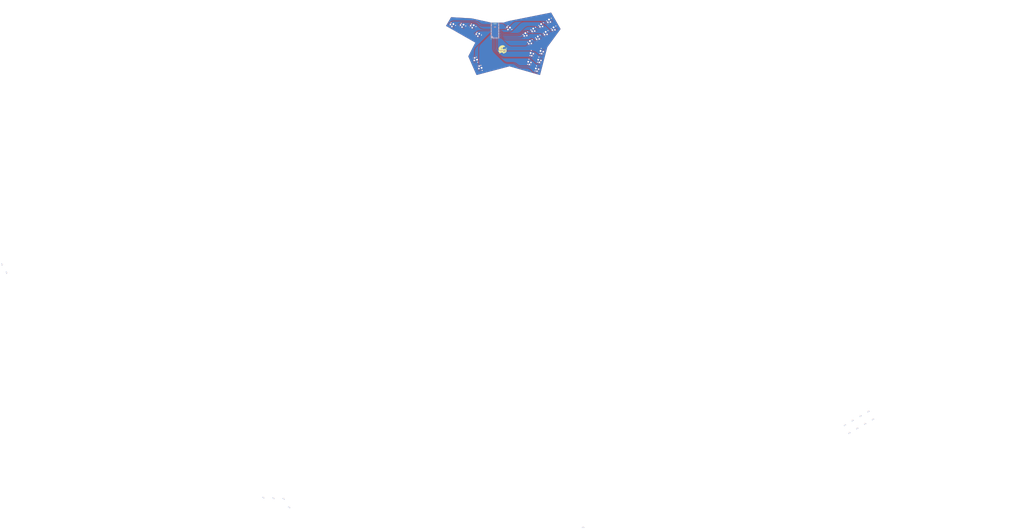
<source format=kicad_pcb>
(kicad_pcb (version 20221018) (generator pcbnew)
  (layers (0 "F.Cu" signal) (31 "B.Cu" signal) (34 "B.Paste" user) (35 "F.Paste" user) (36 "B.SilkS" user "B.Silkscreen") (37 "F.SilkS" user "F.Silkscreen") (38 "B.Mask" user) (39 "F.Mask" user) (44 "Edge.Cuts" user))
  (net 0 "")
  (net 1 "L key")
  (net 2 "GND")
  (net 3 "left")
  (net 4 "down")
  (net 5 "right")
  (net 6 "modx")
  (net 7 "mody")
  (net 8 "r_button")
  (net 9 "y_button")
  (net 10 "ls_button")
  (net 11 "ms_button")
  (net 12 "b_button")
  (net 13 "x_button")
  (net 14 "z_button")
  (net 15 "up")
  (net 16 "c-l")
  (net 17 "c-u")
  (net 18 "c-d")
  (net 19 "a_button")
  (net 20 "c-r")
  (net 21 "start")
  (footprint "AAA_Clacky:Clacktales_21mm_whiteSilk_withoutOutline" (layer "F.Cu") (at 144.78 104.648)
    (fp_text reference "REF**" hide)
    (fp_text value "Clacktales_21mm_blackSilk")
  )
  (footprint "PCM_marbastlib-xp-promicroish:Helios_AH_USBup" (layer "F.Cu") (at 128.143 65.659)
    (fp_text reference "U1")
    (fp_text value "Helios")
  )
  (footprint "Diode_SMD:D_SOD-123" (layer "B.Cu") (at -303.651121 1065.006242 150)
    (fp_text reference "D4")
    (fp_text value "1N4148W")
  )
  (footprint "Diode_SMD:D_SOD-123" (layer "B.Cu") (at -336.646689 1045.956242 150)
    (fp_text reference "D2")
    (fp_text value "1N4148W")
  )
  (footprint "PCM_marbastlib-choc:SW_choc_v1_HS_1u" (layer "B.Cu") (at 208.355076 60.027 -150)
    (fp_text reference "CH8")
    (fp_text value "choc_SW_HS")
  )
  (footprint "PCM_marbastlib-choc:SW_choc_v1_HS_1u" (layer "B.Cu") (at 197.823854 129.58342 -105)
    (fp_text reference "CH15")
    (fp_text value "choc_SW_HS")
  )
  (footprint "PCM_marbastlib-choc:SW_choc_v1_HS_1u" (layer "B.Cu") (at 202.754357 111.182533 -105)
    (fp_text reference "CH16")
    (fp_text value "choc_SW_HS")
  )
  (footprint "PCM_marbastlib-choc:SW_choc_v1_HS_1u" (layer "B.Cu") (at 218.689992 125.313479 -105)
    (fp_text reference "CH18")
    (fp_text value "choc_SW_HS")
  )
  (footprint "Diode_SMD:D_SOD-123" (layer "B.Cu") (at -315.386405 1047.23235 150)
    (fp_text reference "D3")
    (fp_text value "1N4148W")
  )
  (footprint "Diode_SMD:D_SOD-123" (layer "B.Cu") (at -357.906973 1044.680134 150)
    (fp_text reference "D1")
    (fp_text value "1N4148W")
  )
  (footprint "Diode_SMD:D_SOD-123" (layer "B.Cu") (at 1263.519038 208.862211 -105)
    (fp_text reference "D16")
    (fp_text value "1N4148W")
  )
  (footprint "PCM_marbastlib-choc:SW_choc_v1_HS_1u" (layer "B.Cu") (at 223.620495 106.912592 -105)
    (fp_text reference "CH19")
    (fp_text value "choc_SW_HS")
  )
  (footprint "PCM_marbastlib-choc:SW_choc_v1_HS_1u" (layer "B.Cu") (at 159.512 57.912 135)
    (fp_text reference "CH20")
    (fp_text value "choc_SW_HS")
  )
  (footprint "Diode_SMD:D_SOD-123" (layer "B.Cu") (at -906.183187 555.247505 105)
    (fp_text reference "D5")
    (fp_text value "1N4148W")
  )
  (footprint "Diode_SMD:D_SOD-123" (layer "B.Cu") (at 313.001502 1107.286973 180)
    (fp_text reference "D20")
    (fp_text value "1N4148W")
  )
  (footprint "Diode_SMD:D_SOD-123" (layer "B.Cu") (at 887.912568 899.699632 -150)
    (fp_text reference "D12")
    (fp_text value "1N4148W")
  )
  (footprint "Diode_SMD:D_SOD-123" (layer "B.Cu") (at 1258.588535 227.263098 -105)
    (fp_text reference "D15")
    (fp_text value "1N4148W")
  )
  (footprint "Diode_SMD:D_SOD-123" (layer "B.Cu") (at 894.885352 873.676848 -150)
    (fp_text reference "D9")
    (fp_text value "1N4148W")
  )
  (footprint "PCM_marbastlib-choc:SW_choc_v1_HS_1u" (layer "B.Cu") (at 217.880076 76.524784 -150)
    (fp_text reference "CH12")
    (fp_text value "choc_SW_HS")
  )
  (footprint "Diode_SMD:D_SOD-123" (layer "B.Cu") (at 1284.385177 204.59227 -105)
    (fp_text reference "D19")
    (fp_text value "1N4148W")
  )
  (footprint "Diode_SMD:D_SOD-123" (layer "B.Cu") (at 878.387568 883.201848 -150)
    (fp_text reference "D8")
    (fp_text value "1N4148W")
  )
  (footprint "PCM_marbastlib-choc:SW_choc_v1_HS_1u" (layer "B.Cu") (at 40.797608 50.502 150)
    (fp_text reference "CH1")
    (fp_text value "choc_SW_HS")
  )
  (footprint "PCM_marbastlib-choc:SW_choc_v1_HS_1u" (layer "B.Cu") (at 213.759489 143.714366 -105)
    (fp_text reference "CH17")
    (fp_text value "choc_SW_HS")
  )
  (footprint "Diode_SMD:D_SOD-123" (layer "B.Cu") (at 1274.524171 241.394044 -105)
    (fp_text reference "D17")
    (fp_text value "1N4148W")
  )
  (footprint "PCM_marbastlib-choc:SW_choc_v1_HS_1u" (layer "B.Cu") (at 201.382292 86.049784 -150)
    (fp_text reference "CH11")
    (fp_text value "choc_SW_HS")
  )
  (footprint "Diode_SMD:D_SOD-123" (layer "B.Cu") (at 1279.454674 222.993157 -105)
    (fp_text reference "D18")
    (fp_text value "1N4148W")
  )
  (footprint "PCM_marbastlib-choc:SW_choc_v1_HS_1u" (layer "B.Cu") (at 224.85286 50.502 -150)
    (fp_text reference "CH9")
    (fp_text value "choc_SW_HS")
  )
  (footprint "Diode_SMD:D_SOD-123" (layer "B.Cu") (at -896.652463 572.415766 105)
    (fp_text reference "D6")
    (fp_text value "1N4148W")
  )
  (footprint "Diode_SMD:D_SOD-123" (layer "B.Cu") (at 911.383136 864.151848 -150)
    (fp_text reference "D10")
    (fp_text value "1N4148W")
  )
  (footprint "PCM_marbastlib-choc:SW_choc_v1_HS_1u" (layer "B.Cu") (at 99.965316 142.458964 105)
    (fp_text reference "CH6")
    (fp_text value "choc_SW_HS")
  )
  (footprint "PCM_marbastlib-choc:SW_choc_v1_HS_1u" (layer "B.Cu") (at 250.875644 57.474784 -150)
    (fp_text reference "CH14")
    (fp_text value "choc_SW_HS")
  )
  (footprint "Diode_SMD:D_SOD-123" (layer "B.Cu") (at 904.410352 890.174632 -150)
    (fp_text reference "D13")
    (fp_text value "1N4148W")
  )
  (footprint "PCM_marbastlib-choc:SW_choc_v1_HS_1u" (layer "B.Cu") (at 95.05346 70.828108 150)
    (fp_text reference "CH4")
    (fp_text value "choc_SW_HS")
  )
  (footprint "PCM_marbastlib-choc:SW_choc_v1_HS_1u" (layer "B.Cu") (at 62.057892 51.778108 150)
    (fp_text reference "CH2")
    (fp_text value "choc_SW_HS")
  )
  (footprint "Diode_SMD:D_SOD-123" (layer "B.Cu") (at 871.414784 909.224632 -150)
    (fp_text reference "D11")
    (fp_text value "1N4148W")
  )
  (footprint "PCM_marbastlib-choc:SW_choc_v1_HS_1u" (layer "B.Cu") (at 191.857292 69.552 -150)
    (fp_text reference "CH7")
    (fp_text value "choc_SW_HS")
  )
  (footprint "Diode_SMD:D_SOD-123" (layer "B.Cu") (at 920.908136 880.649632 -150)
    (fp_text reference "D14")
    (fp_text value "1N4148W")
  )
  (footprint "PCM_marbastlib-choc:SW_choc_v1_HS_1u" (layer "B.Cu") (at 83.318176 53.054216 150)
    (fp_text reference "CH3")
    (fp_text value "choc_SW_HS")
  )
  (footprint "PCM_marbastlib-choc:SW_choc_v1_HS_1u" (layer "B.Cu") (at 241.350644 40.977 -150)
    (fp_text reference "CH10")
    (fp_text value "choc_SW_HS")
  )
  (footprint "Diode_SMD:D_SOD-123" (layer "B.Cu") (at 861.889784 892.726848 -150)
    (fp_text reference "D7")
    (fp_text value "1N4148W")
  )
  (footprint "PCM_marbastlib-choc:SW_choc_v1_HS_1u" (layer "B.Cu") (at 234.37786 66.999784 -150)
    (fp_text reference "CH13")
    (fp_text value "choc_SW_HS")
  )
  (footprint "PCM_marbastlib-choc:SW_choc_v1_HS_1u" (layer "B.Cu") (at 90.434592 125.290703 105)
    (fp_text reference "CH5")
    (fp_text value "choc_SW_HS")
  )
  (gr_line (start 86.868 89.408) (end 72.136 118.364) (stroke (width 0.1)) (layer "Edge.Cuts"))
  (gr_line (start 118.872 47.244) (end 146.812 47.244) (stroke (width 0.1)) (layer "Edge.Cuts"))
  (gr_line (start 222.504 157.48) (end 158.496 139.192) (stroke (width 0.1)) (layer "Edge.Cuts"))
  (gr_line (start 25.4 54.356) (end 86.868 89.408) (stroke (width 0.1)) (layer "Edge.Cuts"))
  (gr_line (start 237.744 99.06) (end 222.504 157.48) (stroke (width 0.1)) (layer "Edge.Cuts"))
  (gr_line (start 156.972 44.196) (end 245.872 26.416) (stroke (width 0.1)) (layer "Edge.Cuts"))
  (gr_line (start 79.248 38.608) (end 118.872 47.244) (stroke (width 0.1)) (layer "Edge.Cuts"))
  (gr_line (start 25.4 54.356) (end 36.068 36.068) (stroke (width 0.1)) (layer "Edge.Cuts"))
  (gr_line (start 89.408 157.48) (end 72.136 118.364) (stroke (width 0.1)) (layer "Edge.Cuts"))
  (gr_line (start 265.684 60.96) (end 237.744 99.06) (stroke (width 0.1)) (layer "Edge.Cuts"))
  (gr_line (start 245.872 26.416) (end 265.684 60.96) (stroke (width 0.1)) (layer "Edge.Cuts"))
  (gr_line (start 158.496 139.192) (end 89.408 157.48) (stroke (width 0.1)) (layer "Edge.Cuts"))
  (gr_line (start 146.812 47.244) (end 156.972 44.196) (stroke (width 0.1)) (layer "Edge.Cuts"))
  (gr_line (start 36.068 36.068) (end 79.248 38.608) (stroke (width 0.1)) (layer "Edge.Cuts"))
  (segment (start 34.497776 46.911547) (end 31.782229 49.627095) (width 0.4) (layer "B.Cu") (net 1))
  (segment (start 120.4595 51.7525) (end 120.523 51.689) (width 0.4) (layer "B.Cu") (net 1))
  (segment (start 104.448153 51.816) (end 120.306197 51.816) (width 0.4) (layer "B.Cu") (net 1))
  (segment (start 41.053688 44.196) (end 86.051846 44.196) (width 0.4) (layer "B.Cu") (net 1))
  (arc (start 95.25 48.006) (mid 99.470148 50.825813) (end 104.448153 51.816) (width 0.4) (layer "B.Cu") (net 1))
  (arc (start 120.4595 51.7525) (mid 120.389164 51.799496) (end 120.306197 51.816) (width 0.4) (layer "B.Cu") (net 1))
  (arc (start 41.053688 44.196) (mid 37.505654 44.901747) (end 34.497776 46.911547) (width 0.4) (layer "B.Cu") (net 1))
  (arc (start 95.25 48.006) (mid 91.029851 45.186186) (end 86.051846 44.196) (width 0.4) (layer "B.Cu") (net 1))
  (segment (start 101.400153 54.356) (end 120.306197 54.356) (width 0.4) (layer "B.Cu") (net 3))
  (segment (start 54.969256 48.662743) (end 53.153428 50.478571) (width 0.4) (layer "B.Cu") (net 3))
  (segment (start 53.042513 50.746345) (end 53.042513 50.903203) (width 0.4) (layer "B.Cu") (net 3))
  (segment (start 59.620826 46.736) (end 83.003846 46.736) (width 0.4) (layer "B.Cu") (net 3))
  (segment (start 120.4595 54.2925) (end 120.523 54.229) (width 0.4) (layer "B.Cu") (net 3))
  (arc (start 92.202 50.546) (mid 96.422148 53.365813) (end 101.400153 54.356) (width 0.4) (layer "B.Cu") (net 3))
  (arc (start 53.153428 50.478571) (mid 53.071338 50.601426) (end 53.042513 50.746345) (width 0.4) (layer "B.Cu") (net 3))
  (arc (start 92.202 50.546) (mid 87.981851 47.726186) (end 83.003846 46.736) (width 0.4) (layer "B.Cu") (net 3))
  (arc (start 59.620826 46.736) (mid 57.103414 47.236744) (end 54.969256 48.662743) (width 0.4) (layer "B.Cu") (net 3))
  (arc (start 120.4595 54.2925) (mid 120.389164 54.339496) (end 120.306197 54.356) (width 0.4) (layer "B.Cu") (net 3))
  (segment (start 74.478904 51.505095) (end 75.759398 50.224601) (width 0.4) (layer "B.Cu") (net 4))
  (segment (start 119.872592 61.468) (end 105.202912 61.468) (width 0.4) (layer "B.Cu") (net 4))
  (segment (start 82.042 48.768) (end 79.275945 48.768) (width 0.4) (layer "B.Cu") (net 4))
  (segment (start 90.280497 52.180497) (end 95.583515 57.483515) (width 0.4) (layer "B.Cu") (net 4))
  (segment (start 120.3325 61.6585) (end 120.523 61.849) (width 0.4) (layer "B.Cu") (net 4))
  (segment (start 74.302797 51.930257) (end 74.302797 52.179311) (width 0.4) (layer "B.Cu") (net 4))
  (arc (start 95.583515 57.483515) (mid 99.996932 60.432466) (end 105.202912 61.468) (width 0.4) (layer "B.Cu") (net 4))
  (arc (start 79.275945 48.768) (mid 77.372803 49.146558) (end 75.759398 50.224601) (width 0.4) (layer "B.Cu") (net 4))
  (arc (start 120.3325 61.6585) (mid 120.121492 61.517509) (end 119.872592 61.468) (width 0.4) (layer "B.Cu") (net 4))
  (arc (start 90.280497 52.180497) (mid 86.500642 49.654879) (end 82.042 48.768) (width 0.4) (layer "B.Cu") (net 4))
  (arc (start 74.478904 51.505095) (mid 74.348565 51.700161) (end 74.302797 51.930257) (width 0.4) (layer "B.Cu") (net 4))
  (segment (start 86.038081 69.935561) (end 86.038081 69.953203) (width 0.4) (layer "B.Cu") (net 5))
  (segment (start 120.4595 64.4525) (end 120.523 64.389) (width 0.4) (layer "B.Cu") (net 5))
  (segment (start 120.306197 64.516) (end 95.259733 64.516) (width 0.4) (layer "B.Cu") (net 5))
  (segment (start 86.050555 69.905444) (end 88.73904 67.216959) (width 0.4) (layer "B.Cu") (net 5))
  (arc (start 120.4595 64.4525) (mid 120.389164 64.499496) (end 120.306197 64.516) (width 0.4) (layer "B.Cu") (net 5))
  (arc (start 86.050555 69.905444) (mid 86.041322 69.919261) (end 86.038081 69.935561) (width 0.4) (layer "B.Cu") (net 5))
  (arc (start 95.259733 64.516) (mid 91.730759 65.217956) (end 88.73904 67.216959) (width 0.4) (layer "B.Cu") (net 5))
  (segment (start 84.757203 118.218419) (end 84.678407 118.297216) (width 0.4) (layer "B.Cu") (net 6))
  (segment (start 84.836 108.250912) (end 84.836 118.028187) (width 0.4) (layer "B.Cu") (net 6))
  (segment (start 88.820484 98.631515) (end 120.523 66.929) (width 0.4) (layer "B.Cu") (net 6))
  (arc (start 84.836 118.028187) (mid 84.815521 118.13114) (end 84.757203 118.218419) (width 0.4) (layer "B.Cu") (net 6))
  (arc (start 88.820484 98.631515) (mid 85.871533 103.044932) (end 84.836 108.250912) (width 0.4) (layer "B.Cu") (net 6))
  (segment (start 93.98 135.074325) (end 93.98 101.646912) (width 0.4) (layer "B.Cu") (net 7))
  (segment (start 94.094565 135.350911) (end 94.209131 135.465477) (width 0.4) (layer "B.Cu") (net 7))
  (segment (start 97.964484 92.027515) (end 120.523 69.469) (width 0.4) (layer "B.Cu") (net 7))
  (arc (start 93.98 135.074325) (mid 94.009774 135.224012) (end 94.094565 135.350911) (width 0.4) (layer "B.Cu") (net 7))
  (arc (start 97.964484 92.027515) (mid 95.015533 96.440932) (end 93.98 101.646912) (width 0.4) (layer "B.Cu") (net 7))
  (segment (start 185.067913 78.446095) (end 186.591913 76.922095) (width 0.4) (layer "B.Cu") (net 8))
  (segment (start 135.8265 74.6125) (end 135.763 74.549) (width 0.4) (layer "B.Cu") (net 8))
  (segment (start 144.379047 77.323047) (end 143.797458 76.741458) (width 0.4) (layer "B.Cu") (net 8))
  (segment (start 138.811 74.676) (end 135.979802 74.676) (width 0.4) (layer "B.Cu") (net 8))
  (segment (start 150.769585 79.970095) (end 181.388651 79.970095) (width 0.4) (layer "B.Cu") (net 8))
  (arc (start 185.067913 78.446095) (mid 183.379853 79.57402) (end 181.388651 79.970095) (width 0.4) (layer "B.Cu") (net 8))
  (arc (start 143.797458 76.741458) (mid 141.509651 75.212795) (end 138.811 74.676) (width 0.4) (layer "B.Cu") (net 8))
  (arc (start 144.379047 77.323047) (mid 147.31105 79.282149) (end 150.769585 79.970095) (width 0.4) (layer "B.Cu") (net 8))
  (arc (start 135.8265 74.6125) (mid 135.896835 74.659496) (end 135.979802 74.676) (width 0.4) (layer "B.Cu") (net 8))
  (segment (start 174.197087 72.644) (end 147.025064 72.644) (width 0.4) (layer "B.Cu") (net 9))
  (segment (start 139.359935 69.469) (end 135.763 69.469) (width 0.4) (layer "B.Cu") (net 9))
  (segment (start 203.061396 67.397095) (end 203.089697 67.397095) (width 0.4) (layer "B.Cu") (net 9))
  (segment (start 201.338547 65.702547) (end 203.013083 67.377083) (width 0.4) (layer "B.Cu") (net 9))
  (segment (start 183.816484 68.659514) (end 184.516687 67.959312) (width 0.4) (layer "B.Cu") (net 9))
  (segment (start 197.247547 64.008) (end 194.056 64.008) (width 0.4) (layer "B.Cu") (net 9))
  (arc (start 143.1925 71.0565) (mid 144.950895 72.231422) (end 147.025064 72.644) (width 0.4) (layer "B.Cu") (net 9))
  (arc (start 194.056 64.008) (mid 188.893361 65.034912) (end 184.516687 67.959312) (width 0.4) (layer "B.Cu") (net 9))
  (arc (start 143.1925 71.0565) (mid 141.434104 69.881577) (end 139.359935 69.469) (width 0.4) (layer "B.Cu") (net 9))
  (arc (start 201.338547 65.702547) (mid 199.46158 64.448398) (end 197.247547 64.008) (width 0.4) (layer "B.Cu") (net 9))
  (arc (start 183.816484 68.659514) (mid 179.403067 71.608465) (end 174.197087 72.644) (width 0.4) (layer "B.Cu") (net 9))
  (arc (start 203.013083 67.377083) (mid 203.035249 67.391894) (end 203.061396 67.397095) (width 0.4) (layer "B.Cu") (net 9))
  (segment (start 183.308484 66.119515) (end 190.071515 59.356484) (width 0.4) (layer "B.Cu") (net 10))
  (segment (start 215.118047 56.622047) (end 215.22987 56.73387) (width 0.4) (layer "B.Cu") (net 10))
  (segment (start 146.935261 70.104) (end 173.689087 70.104) (width 0.4) (layer "B.Cu") (net 10))
  (segment (start 135.8265 66.9925) (end 135.763 66.929) (width 0.4) (layer "B.Cu") (net 10))
  (segment (start 217.977788 57.872095) (end 219.587481 57.872095) (width 0.4) (layer "B.Cu") (net 10))
  (segment (start 212.100165 55.372) (end 199.690912 55.372) (width 0.4) (layer "B.Cu") (net 10))
  (segment (start 139.576738 67.056) (end 135.979802 67.056) (width 0.4) (layer "B.Cu") (net 10))
  (arc (start 215.118047 56.622047) (mid 213.733431 55.696876) (end 212.100165 55.372) (width 0.4) (layer "B.Cu") (net 10))
  (arc (start 199.690912 55.372) (mid 194.484932 56.407533) (end 190.071515 59.356484) (width 0.4) (layer "B.Cu") (net 10))
  (arc (start 143.256 68.58) (mid 144.944059 69.707925) (end 146.935261 70.104) (width 0.4) (layer "B.Cu") (net 10))
  (arc (start 135.8265 66.9925) (mid 135.896835 67.039496) (end 135.979802 67.056) (width 0.4) (layer "B.Cu") (net 10))
  (arc (start 143.256 68.58) (mid 141.56794 67.452074) (end 139.576738 67.056) (width 0.4) (layer "B.Cu") (net 10))
  (arc (start 215.22987 56.73387) (mid 216.490625 57.576279) (end 217.977788 57.872095) (width 0.4) (layer "B.Cu") (net 10))
  (arc (start 183.308484 66.119515) (mid 178.895067 69.068466) (end 173.689087 70.104) (width 0.4) (layer "B.Cu") (net 10))
  (segment (start 165.179515 48.688484) (end 155.876484 57.991515) (width 0.4) (layer "B.Cu") (net 11))
  (segment (start 135.979802 61.976) (end 146.257087 61.976) (width 0.4) (layer "B.Cu") (net 11))
  (segment (start 236.085265 48.23618) (end 236.085265 48.347095) (width 0.4) (layer "B.Cu") (net 11))
  (segment (start 135.8265 61.9125) (end 135.763 61.849) (width 0.4) (layer "B.Cu") (net 11))
  (segment (start 174.798912 44.704) (end 230.2448 44.704) (width 0.4) (layer "B.Cu") (net 11))
  (segment (start 234.374632 46.414632) (end 236.006836 48.046836) (width 0.4) (layer "B.Cu") (net 11))
  (arc (start 174.798912 44.704) (mid 169.592932 45.739533) (end 165.179515 48.688484) (width 0.4) (layer "B.Cu") (net 11))
  (arc (start 236.006836 48.046836) (mid 236.064881 48.133707) (end 236.085265 48.23618) (width 0.4) (layer "B.Cu") (net 11))
  (arc (start 234.374632 46.414632) (mid 232.479849 45.148578) (end 230.2448 44.704) (width 0.4) (layer "B.Cu") (net 11))
  (arc (start 155.876484 57.991515) (mid 151.463067 60.940466) (end 146.257087 61.976) (width 0.4) (layer "B.Cu") (net 11))
  (arc (start 135.8265 61.9125) (mid 135.896835 61.959496) (end 135.979802 61.976) (width 0.4) (layer "B.Cu") (net 11))
  (segment (start 164.078791 96.467879) (end 190.913651 96.467879) (width 0.4) (layer "B.Cu") (net 12))
  (segment (start 143.797458 81.821458) (end 154.459394 92.483394) (width 0.4) (layer "B.Cu") (net 12))
  (segment (start 135.8265 79.6925) (end 135.763 79.629) (width 0.4) (layer "B.Cu") (net 12))
  (segment (start 138.811 79.756) (end 135.979802 79.756) (width 0.4) (layer "B.Cu") (net 12))
  (segment (start 194.592913 94.943879) (end 196.116913 93.419879) (width 0.4) (layer "B.Cu") (net 12))
  (arc (start 194.592913 94.943879) (mid 192.904853 96.071804) (end 190.913651 96.467879) (width 0.4) (layer "B.Cu") (net 12))
  (arc (start 135.8265 79.6925) (mid 135.896835 79.739496) (end 135.979802 79.756) (width 0.4) (layer "B.Cu") (net 12))
  (arc (start 154.459394 92.483394) (mid 158.872811 95.432345) (end 164.078791 96.467879) (width 0.4) (layer "B.Cu") (net 12))
  (arc (start 143.797458 81.821458) (mid 141.509651 80.292795) (end 138.811 79.756) (width 0.4) (layer "B.Cu") (net 12))
  (segment (start 201.255159 82.20884) (end 201.168 82.296) (width 0.4) (layer "B.Cu") (net 13))
  (segment (start 153.005733 83.82) (end 197.488738 83.82) (width 0.4) (layer "B.Cu") (net 13))
  (segment (start 138.811 77.216) (end 135.979802 77.216) (width 0.4) (layer "B.Cu") (net 13))
  (segment (start 145.034 80.518) (end 143.797458 79.281458) (width 0.4) (layer "B.Cu") (net 13))
  (segment (start 208.19284 82.20884) (end 208.911621 82.927621) (width 0.4) (layer "B.Cu") (net 13))
  (segment (start 135.8265 77.1525) (end 135.763 77.089) (width 0.4) (layer "B.Cu") (net 13))
  (segment (start 211.246788 83.894879) (end 212.614697 83.894879) (width 0.4) (layer "B.Cu") (net 13))
  (arc (start 208.911621 82.927621) (mid 209.983004 83.643496) (end 211.246788 83.894879) (width 0.4) (layer "B.Cu") (net 13))
  (arc (start 143.797458 79.281458) (mid 141.509651 77.752795) (end 138.811 77.216) (width 0.4) (layer "B.Cu") (net 13))
  (arc (start 204.724 80.772) (mid 202.846676 81.145422) (end 201.255159 82.20884) (width 0.4) (layer "B.Cu") (net 13))
  (arc (start 135.8265 77.1525) (mid 135.896835 77.199496) (end 135.979802 77.216) (width 0.4) (layer "B.Cu") (net 13))
  (arc (start 201.168 82.296) (mid 199.47994 83.423925) (end 197.488738 83.82) (width 0.4) (layer "B.Cu") (net 13))
  (arc (start 208.19284 82.20884) (mid 206.601322 81.145422) (end 204.724 80.772) (width 0.4) (layer "B.Cu") (net 13))
  (arc (start 145.034 80.518) (mid 148.691462 82.961838) (end 153.005733 83.82) (width 0.4) (layer "B.Cu") (net 13))
  (segment (start 187.000343 69.031656) (end 184.832484 71.199515) (width 0.4) (layer "B.Cu") (net 14))
  (segment (start 191.77 67.056) (end 192.049528 67.056) (width 0.4) (layer "B.Cu") (net 14))
  (segment (start 200.634471 70.612) (end 222.69738 70.612) (width 0.4) (layer "B.Cu") (net 14))
  (segment (start 135.979802 72.136) (end 139.576738 72.136) (width 0.4) (layer "B.Cu") (net 14))
  (segment (start 175.213087 75.184) (end 146.935261 75.184) (width 0.4) (layer "B.Cu") (net 14))
  (segment (start 135.8265 72.0725) (end 135.763 72.009) (width 0.4) (layer "B.Cu") (net 14))
  (segment (start 227.233541 72.490939) (end 229.112481 74.369879) (width 0.4) (layer "B.Cu") (net 14))
  (arc (start 143.256 73.66) (mid 144.944059 74.787925) (end 146.935261 75.184) (width 0.4) (layer "B.Cu") (net 14))
  (arc (start 143.256 73.66) (mid 141.56794 72.532074) (end 139.576738 72.136) (width 0.4) (layer "B.Cu") (net 14))
  (arc (start 227.233541 72.490939) (mid 225.152332 71.10032) (end 222.69738 70.612) (width 0.4) (layer "B.Cu") (net 14))
  (arc (start 191.77 67.056) (mid 189.18868 67.569456) (end 187.000343 69.031656) (width 0.4) (layer "B.Cu") (net 14))
  (arc (start 135.8265 72.0725) (mid 135.896835 72.119496) (end 135.979802 72.136) (width 0.4) (layer "B.Cu") (net 14))
  (arc (start 184.832484 71.199515) (mid 180.419067 74.148466) (end 175.213087 75.184) (width 0.4) (layer "B.Cu") (net 14))
  (arc (start 196.342 68.834) (mid 194.372597 67.518087) (end 192.049528 67.056) (width 0.4) (layer "B.Cu") (net 14))
  (arc (start 196.342 68.834) (mid 198.311402 70.149912) (end 200.634471 70.612) (width 0.4) (layer "B.Cu") (net 14))
  (segment (start 232.516817 51.751431) (end 245.610265 64.844879) (width 0.4) (layer "B.Cu") (net 15))
  (segment (start 155.909087 68.072) (end 147.892274 68.072) (width 0.4) (layer "B.Cu") (net 15))
  (segment (start 189.530912 45.72) (end 220.37748 45.72) (width 0.4) (layer "B.Cu") (net 15))
  (segment (start 179.911515 49.704484) (end 165.528484 64.087515) (width 0.4) (layer "B.Cu") (net 15))
  (segment (start 228.321796 50.013796) (end 226.609307 48.301307) (width 0.4) (layer "B.Cu") (net 15))
  (segment (start 139.000725 64.389) (end 135.763 64.389) (width 0.4) (layer "B.Cu") (net 15))
  (arc (start 226.609307 48.301307) (mid 223.75012 46.390859) (end 220.37748 45.72) (width 0.4) (layer "B.Cu") (net 15))
  (arc (start 189.530912 45.72) (mid 184.324932 46.755533) (end 179.911515 49.704484) (width 0.4) (layer "B.Cu") (net 15))
  (arc (start 165.528484 64.087515) (mid 161.115067 67.036466) (end 155.909087 68.072) (width 0.4) (layer "B.Cu") (net 15))
  (arc (start 232.516817 51.751431) (mid 231.554471 51.108412) (end 230.419307 50.882614) (width 0.4) (layer "B.Cu") (net 15))
  (arc (start 143.4465 66.2305) (mid 145.486238 67.593409) (end 147.892274 68.072) (width 0.4) (layer "B.Cu") (net 15))
  (arc (start 143.4465 66.2305) (mid 141.406761 64.86759) (end 139.000725 64.389) (width 0.4) (layer "B.Cu") (net 15))
  (arc (start 228.321796 50.013796) (mid 229.284142 50.656815) (end 230.419307 50.882614) (width 0.4) (layer "B.Cu") (net 15))
  (segment (start 125.476 79.845802) (end 125.476 101.045087) (width 0.4) (layer "B.Cu") (net 16))
  (segment (start 125.5395 79.6925) (end 125.603 79.629) (width 0.4) (layer "B.Cu") (net 16))
  (segment (start 183.412859 138.51805) (end 199.312113 138.51805) (width 0.4) (layer "B.Cu") (net 16))
  (segment (start 155.494912 131.064) (end 165.41719 131.064) (width 0.4) (layer "B.Cu") (net 16))
  (segment (start 145.875515 127.079515) (end 129.460484 110.664484) (width 0.4) (layer "B.Cu") (net 16))
  (arc (start 174.415025 134.791025) (mid 178.543266 137.549427) (end 183.412859 138.51805) (width 0.4) (layer "B.Cu") (net 16))
  (arc (start 125.5395 79.6925) (mid 125.492503 79.762835) (end 125.476 79.845802) (width 0.4) (layer "B.Cu") (net 16))
  (arc (start 174.415025 134.791025) (mid 170.286783 132.032622) (end 165.41719 131.064) (width 0.4) (layer "B.Cu") (net 16))
  (arc (start 125.476 101.045087) (mid 126.511533 106.251067) (end 129.460484 110.664484) (width 0.4) (layer "B.Cu") (net 16))
  (arc (start 145.875515 127.079515) (mid 150.288932 130.028466) (end 155.494912 131.064) (width 0.4) (layer "B.Cu") (net 16))
  (segment (start 149.628075 120.117163) (end 204.242616 120.117163) (width 0.4) (layer "B.Cu") (net 17))
  (segment (start 134.540484 110.664484) (end 140.008678 116.132678) (width 0.4) (layer "B.Cu") (net 17))
  (segment (start 130.6195 79.6925) (end 130.683 79.629) (width 0.4) (layer "B.Cu") (net 17))
  (segment (start 130.556 101.045087) (end 130.556 79.845802) (width 0.4) (layer "B.Cu") (net 17))
  (arc (start 130.556 101.045087) (mid 131.591533 106.251067) (end 134.540484 110.664484) (width 0.4) (layer "B.Cu") (net 17))
  (arc (start 130.6195 79.6925) (mid 130.572503 79.762835) (end 130.556 79.845802) (width 0.4) (layer "B.Cu") (net 17))
  (arc (start 140.008678 116.132678) (mid 144.422095 119.081629) (end 149.628075 120.117163) (width 0.4) (layer "B.Cu") (net 17))
  (segment (start 126.920484 110.664484) (end 145.367515 129.111515) (width 0.4) (layer "B.Cu") (net 18))
  (segment (start 183.434912 142.24) (end 192.993087 142.24) (width 0.4) (layer "B.Cu") (net 18))
  (segment (start 206.841163 150.453163) (end 202.612484 146.224484) (width 0.4) (layer "B.Cu") (net 18))
  (segment (start 212.142372 152.648996) (end 215.247748 152.648996) (width 0.4) (layer "B.Cu") (net 18))
  (segment (start 173.815515 138.255515) (end 172.640484 137.080484) (width 0.4) (layer "B.Cu") (net 18))
  (segment (start 163.021087 133.096) (end 154.986912 133.096) (width 0.4) (layer "B.Cu") (net 18))
  (segment (start 122.9995 79.6925) (end 123.063 79.629) (width 0.4) (layer "B.Cu") (net 18))
  (segment (start 122.936 101.045087) (end 122.936 79.845802) (width 0.4) (layer "B.Cu") (net 18))
  (arc (start 173.815515 138.255515) (mid 178.228932 141.204466) (end 183.434912 142.24) (width 0.4) (layer "B.Cu") (net 18))
  (arc (start 145.367515 129.111515) (mid 149.780932 132.060466) (end 154.986912 133.096) (width 0.4) (layer "B.Cu") (net 18))
  (arc (start 172.640484 137.080484) (mid 168.227067 134.131533) (end 163.021087 133.096) (width 0.4) (layer "B.Cu") (net 18))
  (arc (start 202.612484 146.224484) (mid 198.199067 143.275533) (end 192.993087 142.24) (width 0.4) (layer "B.Cu") (net 18))
  (arc (start 206.841163 150.453163) (mid 209.273378 152.078317) (end 212.142372 152.648996) (width 0.4) (layer "B.Cu") (net 18))
  (arc (start 122.9995 79.6925) (mid 122.952503 79.762835) (end 122.936 79.845802) (width 0.4) (layer "B.Cu") (net 18))
  (arc (start 122.936 101.045087) (mid 123.971533 106.251067) (end 126.920484 110.664484) (width 0.4) (layer "B.Cu") (net 18))
  (segment (start 128.016 79.845802) (end 128.016 101.045087) (width 0.4) (layer "B.Cu") (net 19))
  (segment (start 206.168484 125.904484) (end 212.508825 132.244825) (width 0.4) (layer "B.Cu") (net 19))
  (segment (start 220.082007 134.248109) (end 217.34518 134.248109) (width 0.4) (layer "B.Cu") (net 19))
  (segment (start 132.000484 110.664484) (end 139.271515 117.935515) (width 0.4) (layer "B.Cu") (net 19))
  (segment (start 196.549087 121.92) (end 148.890912 121.92) (width 0.4) (layer "B.Cu") (net 19))
  (segment (start 128.0795 79.6925) (end 128.143 79.629) (width 0.4) (layer "B.Cu") (net 19))
  (segment (start 220.110196 134.180054) (end 220.042142 134.112) (width 0.4) (layer "B.Cu") (net 19))
  (arc (start 128.016 101.045087) (mid 129.051533 106.251067) (end 132.000484 110.664484) (width 0.4) (layer "B.Cu") (net 19))
  (arc (start 220.110196 134.180054) (mid 220.118837 134.223499) (end 220.082007 134.248109) (width 0.4) (layer "B.Cu") (net 19))
  (arc (start 139.271515 117.935515) (mid 143.684932 120.884466) (end 148.890912 121.92) (width 0.4) (layer "B.Cu") (net 19))
  (arc (start 212.508825 132.244825) (mid 214.727763 133.727472) (end 217.34518 134.248109) (width 0.4) (layer "B.Cu") (net 19))
  (arc (start 206.168484 125.904484) (mid 201.755067 122.955533) (end 196.549087 121.92) (width 0.4) (layer "B.Cu") (net 19))
  (arc (start 128.0795 79.6925) (mid 128.032503 79.762835) (end 128.016 79.845802) (width 0.4) (layer "B.Cu") (net 19))
  (segment (start 133.1595 79.6925) (end 133.223 79.629) (width 0.4) (layer "B.Cu") (net 20))
  (segment (start 215.312484 111.172484) (end 218.176486 114.036486) (width 0.4) (layer "B.Cu") (net 20))
  (segment (start 205.693087 107.188) (end 142.635312 107.188) (width 0.4) (layer "B.Cu") (net 20))
  (segment (start 222.547988 115.847222) (end 225.108754 115.847222) (width 0.4) (layer "B.Cu") (net 20))
  (segment (start 133.096 79.845802) (end 133.096 97.648687) (width 0.4) (layer "B.Cu") (net 20))
  (arc (start 215.312484 111.172484) (mid 210.899067 108.223533) (end 205.693087 107.188) (width 0.4) (layer "B.Cu") (net 20))
  (arc (start 218.176486 114.036486) (mid 220.182148 115.376627) (end 222.547988 115.847222) (width 0.4) (layer "B.Cu") (net 20))
  (arc (start 135.89 104.394) (mid 138.984775 106.461863) (end 142.635312 107.188) (width 0.4) (layer "B.Cu") (net 20))
  (arc (start 133.1595 79.6925) (mid 133.112503 79.762835) (end 133.096 79.845802) (width 0.4) (layer "B.Cu") (net 20))
  (arc (start 133.096 97.648687) (mid 133.822136 101.299224) (end 135.89 104.394) (width 0.4) (layer "B.Cu") (net 20))
  (segment (start 141.87802 49.149) (end 135.763 49.149) (width 0.4) (layer "B.Cu") (net 21))
  (segment (start 151.030254 54.621904) (end 151.030254 54.733555) (width 0.4) (layer "B.Cu") (net 21))
  (segment (start 148.349627 51.829627) (end 150.951305 54.431305) (width 0.4) (layer "B.Cu") (net 21))
  (arc (start 148.349627 51.829627) (mid 145.380428 49.845672) (end 141.87802 49.149) (width 0.4) (layer "B.Cu") (net 21))
  (arc (start 150.951305 54.431305) (mid 151.009735 54.518752) (end 151.030254 54.621904) (width 0.4) (layer "B.Cu") (net 21))
  (zone (net 2) (net_name "GND") (layers "F&B.Cu") (connect_pads (clearance 0.5)) (min_thickness 0.25) (fill yes (thermal_gap 0.5) (thermal_bridge_width 0.5))
    (polygon (pts (xy 21.336 45.72) (xy 13.208 176.784) (xy 272.288 176.784) (xy 277.368 0) (xy 34.036 17.272)))
  )
)
</source>
